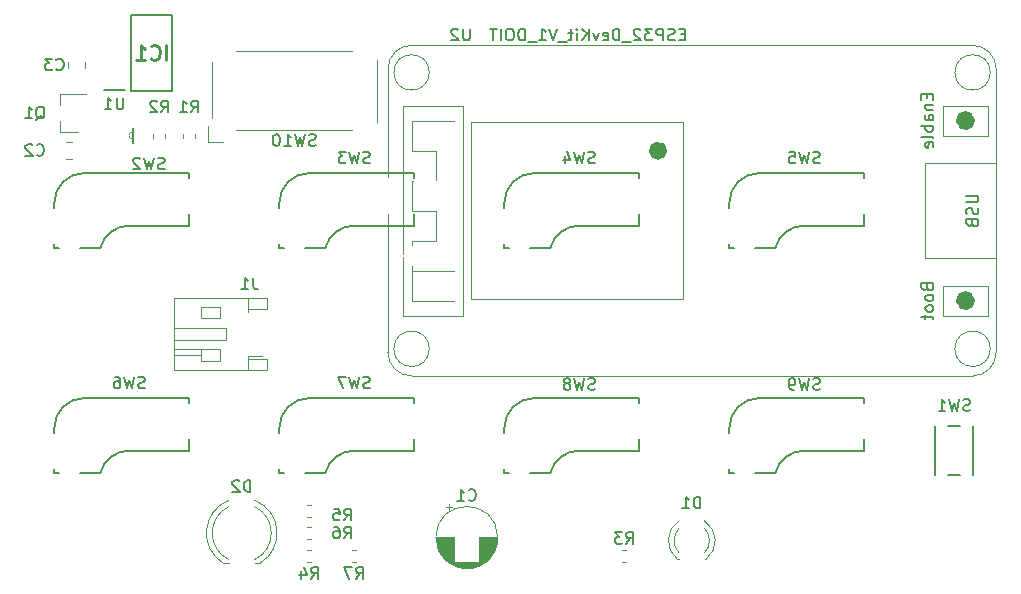
<source format=gbo>
G04 #@! TF.GenerationSoftware,KiCad,Pcbnew,(5.1.6)-1*
G04 #@! TF.CreationDate,2021-05-26T01:20:37+09:00*
G04 #@! TF.ProjectId,ble_macro_keyboard,626c655f-6d61-4637-926f-5f6b6579626f,rev?*
G04 #@! TF.SameCoordinates,Original*
G04 #@! TF.FileFunction,Legend,Bot*
G04 #@! TF.FilePolarity,Positive*
%FSLAX46Y46*%
G04 Gerber Fmt 4.6, Leading zero omitted, Abs format (unit mm)*
G04 Created by KiCad (PCBNEW (5.1.6)-1) date 2021-05-26 01:20:37*
%MOMM*%
%LPD*%
G01*
G04 APERTURE LIST*
%ADD10C,0.120000*%
%ADD11C,1.000000*%
%ADD12C,0.800000*%
%ADD13C,0.152400*%
%ADD14C,0.100000*%
%ADD15C,0.150000*%
%ADD16C,0.200000*%
%ADD17C,0.254000*%
%ADD18C,1.800000*%
%ADD19C,2.100000*%
%ADD20C,3.300000*%
%ADD21R,1.800000X1.800000*%
%ADD22R,0.658800X1.370000*%
%ADD23R,2.650000X2.600000*%
%ADD24C,3.100000*%
%ADD25C,4.087800*%
%ADD26C,1.801800*%
%ADD27R,0.750000X1.150000*%
%ADD28R,1.000000X0.900000*%
%ADD29O,1.850000X1.300000*%
%ADD30R,1.850000X3.300000*%
%ADD31R,1.850000X1.050000*%
%ADD32O,1.900000X1.170000*%
%ADD33R,1.900000X1.170000*%
%ADD34C,1.900000*%
%ADD35R,1.900000X1.900000*%
%ADD36C,1.700000*%
%ADD37R,1.700000X1.700000*%
G04 APERTURE END LIST*
D10*
X23180000Y-15750000D02*
X24480000Y-15750000D01*
X23180000Y-14450000D02*
X23180000Y-15750000D01*
X35430000Y-8100000D02*
X25530000Y-8100000D01*
X25530000Y-14800000D02*
X35430000Y-14800000D01*
X23480000Y-8850000D02*
X23480000Y-14050000D01*
X37480000Y-14050000D02*
X37480000Y-8850000D01*
D11*
X87605000Y-29210000D02*
G75*
G03*
X87605000Y-29210000I-300000J0D01*
G01*
X87605000Y-13970000D02*
G75*
G03*
X87605000Y-13970000I-300000J0D01*
G01*
D10*
X85400000Y-15240000D02*
X89210000Y-15240000D01*
X85400000Y-12700000D02*
X85400000Y-15240000D01*
X89210000Y-12700000D02*
X85400000Y-12700000D01*
X89210000Y-15240000D02*
X89210000Y-12700000D01*
X89210000Y-27940000D02*
X85400000Y-27940000D01*
X89210000Y-30480000D02*
X89210000Y-27940000D01*
X85400000Y-30480000D02*
X89210000Y-30480000D01*
X85400000Y-27940000D02*
X85400000Y-30480000D01*
D12*
X61670000Y-16510000D02*
G75*
G03*
X61670000Y-16510000I-400000J0D01*
G01*
D10*
X63410000Y-14090000D02*
X45410000Y-14090000D01*
X63410000Y-29090000D02*
X63410000Y-14090000D01*
X45410000Y-29090000D02*
X63410000Y-29090000D01*
X45410000Y-14090000D02*
X45410000Y-29090000D01*
X40442000Y-26670000D02*
X43998000Y-26670000D01*
X40442000Y-29210000D02*
X43998000Y-29210000D01*
X40442000Y-24130000D02*
X40442000Y-29210000D01*
X42474000Y-24130000D02*
X40442000Y-24130000D01*
X42474000Y-21590000D02*
X42474000Y-24130000D01*
X40442000Y-21590000D02*
X42474000Y-21590000D01*
X40442000Y-19050000D02*
X40442000Y-21590000D01*
X42474000Y-19050000D02*
X40442000Y-19050000D01*
X42474000Y-16510000D02*
X42474000Y-19050000D01*
X40442000Y-16510000D02*
X42474000Y-16510000D01*
X40442000Y-13970000D02*
X40442000Y-16510000D01*
X43998000Y-13970000D02*
X40442000Y-13970000D01*
X44760000Y-12700000D02*
X39680000Y-12700000D01*
X44760000Y-30480000D02*
X44760000Y-12700000D01*
X39680000Y-30480000D02*
X44760000Y-30480000D01*
X39680000Y-12700000D02*
X39680000Y-30480000D01*
X83910000Y-17590000D02*
X83910000Y-25590000D01*
X83910000Y-25590000D02*
X89910000Y-25590000D01*
X83910000Y-17590000D02*
X89910000Y-17590000D01*
X89410000Y-33290000D02*
G75*
G03*
X89410000Y-33290000I-1500000J0D01*
G01*
X89410000Y-9890000D02*
G75*
G03*
X89410000Y-9890000I-1500000J0D01*
G01*
X38410000Y-9590000D02*
X38410000Y-33590000D01*
X89910000Y-9590000D02*
X89910000Y-33590000D01*
X40410000Y-7590000D02*
X87910000Y-7590000D01*
X87910000Y-35590000D02*
X40410000Y-35590000D01*
X41910000Y-33290000D02*
G75*
G03*
X41910000Y-33290000I-1500000J0D01*
G01*
X41910000Y-9890000D02*
G75*
G03*
X41910000Y-9890000I-1500000J0D01*
G01*
X87910000Y-35590000D02*
G75*
G03*
X89910000Y-33590000I0J2000000D01*
G01*
X89910000Y-9590000D02*
G75*
G03*
X87910000Y-7590000I-2000000J0D01*
G01*
X40410000Y-7590000D02*
G75*
G03*
X38410000Y-9590000I0J-2000000D01*
G01*
X38410000Y-33590000D02*
G75*
G03*
X40410000Y-35590000I2000000J0D01*
G01*
D13*
X16789400Y-14630400D02*
X16789400Y-14935200D01*
X16789400Y-14935200D02*
X16789400Y-15544800D01*
X16789400Y-15544800D02*
X16789400Y-15849600D01*
D14*
X16789400Y-14935200D02*
G75*
G03*
X16789400Y-15544800I0J-304800D01*
G01*
D15*
X78740000Y-37465000D02*
X78740000Y-37846000D01*
X69850000Y-37465000D02*
X78740000Y-37465000D01*
X67310000Y-40005000D02*
X67310000Y-40386000D01*
X67691000Y-43815000D02*
X67310000Y-43815000D01*
X71195838Y-43815000D02*
X69469000Y-43815000D01*
X78740000Y-41910000D02*
X73660000Y-41910000D01*
X78740000Y-40894000D02*
X78740000Y-41910000D01*
X67310000Y-43434000D02*
X67310000Y-43815000D01*
X67310000Y-40005000D02*
G75*
G02*
X69850000Y-37465000I2540000J0D01*
G01*
X71195838Y-43833960D02*
G75*
G02*
X73660000Y-41910000I2464162J-616040D01*
G01*
X59690000Y-37465000D02*
X59690000Y-37846000D01*
X50800000Y-37465000D02*
X59690000Y-37465000D01*
X48260000Y-40005000D02*
X48260000Y-40386000D01*
X48641000Y-43815000D02*
X48260000Y-43815000D01*
X52145838Y-43815000D02*
X50419000Y-43815000D01*
X59690000Y-41910000D02*
X54610000Y-41910000D01*
X59690000Y-40894000D02*
X59690000Y-41910000D01*
X48260000Y-43434000D02*
X48260000Y-43815000D01*
X48260000Y-40005000D02*
G75*
G02*
X50800000Y-37465000I2540000J0D01*
G01*
X52145838Y-43833960D02*
G75*
G02*
X54610000Y-41910000I2464162J-616040D01*
G01*
X40640000Y-37465000D02*
X40640000Y-37846000D01*
X31750000Y-37465000D02*
X40640000Y-37465000D01*
X29210000Y-40005000D02*
X29210000Y-40386000D01*
X29591000Y-43815000D02*
X29210000Y-43815000D01*
X33095838Y-43815000D02*
X31369000Y-43815000D01*
X40640000Y-41910000D02*
X35560000Y-41910000D01*
X40640000Y-40894000D02*
X40640000Y-41910000D01*
X29210000Y-43434000D02*
X29210000Y-43815000D01*
X29210000Y-40005000D02*
G75*
G02*
X31750000Y-37465000I2540000J0D01*
G01*
X33095838Y-43833960D02*
G75*
G02*
X35560000Y-41910000I2464162J-616040D01*
G01*
X21590000Y-37465000D02*
X21590000Y-37846000D01*
X12700000Y-37465000D02*
X21590000Y-37465000D01*
X10160000Y-40005000D02*
X10160000Y-40386000D01*
X10541000Y-43815000D02*
X10160000Y-43815000D01*
X14045838Y-43815000D02*
X12319000Y-43815000D01*
X21590000Y-41910000D02*
X16510000Y-41910000D01*
X21590000Y-40894000D02*
X21590000Y-41910000D01*
X10160000Y-43434000D02*
X10160000Y-43815000D01*
X10160000Y-40005000D02*
G75*
G02*
X12700000Y-37465000I2540000J0D01*
G01*
X14045838Y-43833960D02*
G75*
G02*
X16510000Y-41910000I2464162J-616040D01*
G01*
X78740000Y-18415000D02*
X78740000Y-18796000D01*
X69850000Y-18415000D02*
X78740000Y-18415000D01*
X67310000Y-20955000D02*
X67310000Y-21336000D01*
X67691000Y-24765000D02*
X67310000Y-24765000D01*
X71195838Y-24765000D02*
X69469000Y-24765000D01*
X78740000Y-22860000D02*
X73660000Y-22860000D01*
X78740000Y-21844000D02*
X78740000Y-22860000D01*
X67310000Y-24384000D02*
X67310000Y-24765000D01*
X67310000Y-20955000D02*
G75*
G02*
X69850000Y-18415000I2540000J0D01*
G01*
X71195838Y-24783960D02*
G75*
G02*
X73660000Y-22860000I2464162J-616040D01*
G01*
X59690000Y-18415000D02*
X59690000Y-18796000D01*
X50800000Y-18415000D02*
X59690000Y-18415000D01*
X48260000Y-20955000D02*
X48260000Y-21336000D01*
X48641000Y-24765000D02*
X48260000Y-24765000D01*
X52145838Y-24765000D02*
X50419000Y-24765000D01*
X59690000Y-22860000D02*
X54610000Y-22860000D01*
X59690000Y-21844000D02*
X59690000Y-22860000D01*
X48260000Y-24384000D02*
X48260000Y-24765000D01*
X48260000Y-20955000D02*
G75*
G02*
X50800000Y-18415000I2540000J0D01*
G01*
X52145838Y-24783960D02*
G75*
G02*
X54610000Y-22860000I2464162J-616040D01*
G01*
X40640000Y-18415000D02*
X40640000Y-18796000D01*
X31750000Y-18415000D02*
X40640000Y-18415000D01*
X29210000Y-20955000D02*
X29210000Y-21336000D01*
X29591000Y-24765000D02*
X29210000Y-24765000D01*
X33095838Y-24765000D02*
X31369000Y-24765000D01*
X40640000Y-22860000D02*
X35560000Y-22860000D01*
X40640000Y-21844000D02*
X40640000Y-22860000D01*
X29210000Y-24384000D02*
X29210000Y-24765000D01*
X29210000Y-20955000D02*
G75*
G02*
X31750000Y-18415000I2540000J0D01*
G01*
X33095838Y-24783960D02*
G75*
G02*
X35560000Y-22860000I2464162J-616040D01*
G01*
X21590000Y-18415000D02*
X21590000Y-18796000D01*
X12700000Y-18415000D02*
X21590000Y-18415000D01*
X10160000Y-20955000D02*
X10160000Y-21336000D01*
X10541000Y-24765000D02*
X10160000Y-24765000D01*
X14045838Y-24765000D02*
X12319000Y-24765000D01*
X21590000Y-22860000D02*
X16510000Y-22860000D01*
X21590000Y-21844000D02*
X21590000Y-22860000D01*
X10160000Y-24384000D02*
X10160000Y-24765000D01*
X10160000Y-20955000D02*
G75*
G02*
X12700000Y-18415000I2540000J0D01*
G01*
X14045838Y-24783960D02*
G75*
G02*
X16510000Y-22860000I2464162J-616040D01*
G01*
X85850000Y-44010000D02*
X86850000Y-44010000D01*
X85850000Y-39810000D02*
X86850000Y-39810000D01*
X87950000Y-39810000D02*
X87950000Y-44010000D01*
X84750000Y-39810000D02*
X84750000Y-44010000D01*
D10*
X35731267Y-50290000D02*
X35388733Y-50290000D01*
X35731267Y-51310000D02*
X35388733Y-51310000D01*
X31921267Y-48385000D02*
X31578733Y-48385000D01*
X31921267Y-49405000D02*
X31578733Y-49405000D01*
X31921267Y-46480000D02*
X31578733Y-46480000D01*
X31921267Y-47500000D02*
X31578733Y-47500000D01*
X31921267Y-50290000D02*
X31578733Y-50290000D01*
X31921267Y-51310000D02*
X31578733Y-51310000D01*
X58591267Y-50290000D02*
X58248733Y-50290000D01*
X58591267Y-51310000D02*
X58248733Y-51310000D01*
X18540000Y-15068733D02*
X18540000Y-15411267D01*
X19560000Y-15068733D02*
X19560000Y-15411267D01*
X21080000Y-15068733D02*
X21080000Y-15411267D01*
X22100000Y-15068733D02*
X22100000Y-15411267D01*
X10670000Y-14915000D02*
X10670000Y-13985000D01*
X10670000Y-11755000D02*
X10670000Y-12685000D01*
X10670000Y-11755000D02*
X12830000Y-11755000D01*
X10670000Y-14915000D02*
X12130000Y-14915000D01*
X26530000Y-33880000D02*
X26530000Y-34160000D01*
X26530000Y-34160000D02*
X28130000Y-34160000D01*
X28130000Y-34160000D02*
X28130000Y-35080000D01*
X28130000Y-35080000D02*
X20310000Y-35080000D01*
X20310000Y-35080000D02*
X20310000Y-28960000D01*
X20310000Y-28960000D02*
X28130000Y-28960000D01*
X28130000Y-28960000D02*
X28130000Y-29880000D01*
X28130000Y-29880000D02*
X26530000Y-29880000D01*
X26530000Y-29880000D02*
X26530000Y-30160000D01*
X20310000Y-32520000D02*
X24670000Y-32520000D01*
X24670000Y-32520000D02*
X24670000Y-31520000D01*
X24670000Y-31520000D02*
X20310000Y-31520000D01*
X26530000Y-35080000D02*
X26530000Y-34160000D01*
X26530000Y-28960000D02*
X26530000Y-29880000D01*
X24170000Y-34320000D02*
X22570000Y-34320000D01*
X22570000Y-34320000D02*
X22570000Y-33320000D01*
X22570000Y-33320000D02*
X24170000Y-33320000D01*
X24170000Y-33320000D02*
X24170000Y-34320000D01*
X24170000Y-29720000D02*
X22570000Y-29720000D01*
X22570000Y-29720000D02*
X22570000Y-30720000D01*
X22570000Y-30720000D02*
X24170000Y-30720000D01*
X24170000Y-30720000D02*
X24170000Y-29720000D01*
X22570000Y-33320000D02*
X20310000Y-33320000D01*
X22570000Y-33820000D02*
X20310000Y-33820000D01*
X26530000Y-33880000D02*
X27745000Y-33880000D01*
D16*
X16665000Y-11505000D02*
X20165000Y-11505000D01*
X20165000Y-11505000D02*
X20165000Y-5005000D01*
X20165000Y-5005000D02*
X16665000Y-5005000D01*
X16665000Y-5005000D02*
X16665000Y-11505000D01*
X14390000Y-11380000D02*
X16140000Y-11380000D01*
D10*
X27580000Y-51455000D02*
X27115000Y-51455000D01*
X24955000Y-51455000D02*
X24490000Y-51455000D01*
X24954571Y-46640521D02*
G75*
G03*
X24955000Y-51149684I1080429J-2254479D01*
G01*
X27115429Y-46640521D02*
G75*
G02*
X27115000Y-51149684I-1080429J-2254479D01*
G01*
X24954173Y-46107185D02*
G75*
G03*
X24490170Y-51455000I1080827J-2787815D01*
G01*
X27115827Y-46107185D02*
G75*
G02*
X27579830Y-51455000I-1080827J-2787815D01*
G01*
X65371000Y-51090000D02*
X65215000Y-51090000D01*
X63055000Y-51090000D02*
X62899000Y-51090000D01*
X63055163Y-48488870D02*
G75*
G03*
X63055000Y-50570961I1079837J-1041130D01*
G01*
X65214837Y-48488870D02*
G75*
G02*
X65215000Y-50570961I-1079837J-1041130D01*
G01*
X63056392Y-47857665D02*
G75*
G03*
X62899484Y-51090000I1078608J-1672335D01*
G01*
X65213608Y-47857665D02*
G75*
G02*
X65370516Y-51090000I-1078608J-1672335D01*
G01*
X11355000Y-9018748D02*
X11355000Y-9541252D01*
X12775000Y-9018748D02*
X12775000Y-9541252D01*
X11691252Y-15800000D02*
X11168748Y-15800000D01*
X11691252Y-17220000D02*
X11168748Y-17220000D01*
X47705000Y-49260000D02*
G75*
G03*
X47705000Y-49260000I-2620000J0D01*
G01*
X46125000Y-49260000D02*
X47665000Y-49260000D01*
X42505000Y-49260000D02*
X44045000Y-49260000D01*
X46125000Y-49300000D02*
X47665000Y-49300000D01*
X42505000Y-49300000D02*
X44045000Y-49300000D01*
X42506000Y-49340000D02*
X44045000Y-49340000D01*
X46125000Y-49340000D02*
X47664000Y-49340000D01*
X42507000Y-49380000D02*
X44045000Y-49380000D01*
X46125000Y-49380000D02*
X47663000Y-49380000D01*
X42509000Y-49420000D02*
X44045000Y-49420000D01*
X46125000Y-49420000D02*
X47661000Y-49420000D01*
X42512000Y-49460000D02*
X44045000Y-49460000D01*
X46125000Y-49460000D02*
X47658000Y-49460000D01*
X42516000Y-49500000D02*
X44045000Y-49500000D01*
X46125000Y-49500000D02*
X47654000Y-49500000D01*
X42520000Y-49540000D02*
X44045000Y-49540000D01*
X46125000Y-49540000D02*
X47650000Y-49540000D01*
X42524000Y-49580000D02*
X44045000Y-49580000D01*
X46125000Y-49580000D02*
X47646000Y-49580000D01*
X42529000Y-49620000D02*
X44045000Y-49620000D01*
X46125000Y-49620000D02*
X47641000Y-49620000D01*
X42535000Y-49660000D02*
X44045000Y-49660000D01*
X46125000Y-49660000D02*
X47635000Y-49660000D01*
X42542000Y-49700000D02*
X44045000Y-49700000D01*
X46125000Y-49700000D02*
X47628000Y-49700000D01*
X42549000Y-49740000D02*
X44045000Y-49740000D01*
X46125000Y-49740000D02*
X47621000Y-49740000D01*
X42557000Y-49780000D02*
X44045000Y-49780000D01*
X46125000Y-49780000D02*
X47613000Y-49780000D01*
X42565000Y-49820000D02*
X44045000Y-49820000D01*
X46125000Y-49820000D02*
X47605000Y-49820000D01*
X42574000Y-49860000D02*
X44045000Y-49860000D01*
X46125000Y-49860000D02*
X47596000Y-49860000D01*
X42584000Y-49900000D02*
X44045000Y-49900000D01*
X46125000Y-49900000D02*
X47586000Y-49900000D01*
X42594000Y-49940000D02*
X44045000Y-49940000D01*
X46125000Y-49940000D02*
X47576000Y-49940000D01*
X42605000Y-49981000D02*
X44045000Y-49981000D01*
X46125000Y-49981000D02*
X47565000Y-49981000D01*
X42617000Y-50021000D02*
X44045000Y-50021000D01*
X46125000Y-50021000D02*
X47553000Y-50021000D01*
X42630000Y-50061000D02*
X44045000Y-50061000D01*
X46125000Y-50061000D02*
X47540000Y-50061000D01*
X42643000Y-50101000D02*
X44045000Y-50101000D01*
X46125000Y-50101000D02*
X47527000Y-50101000D01*
X42657000Y-50141000D02*
X44045000Y-50141000D01*
X46125000Y-50141000D02*
X47513000Y-50141000D01*
X42671000Y-50181000D02*
X44045000Y-50181000D01*
X46125000Y-50181000D02*
X47499000Y-50181000D01*
X42687000Y-50221000D02*
X44045000Y-50221000D01*
X46125000Y-50221000D02*
X47483000Y-50221000D01*
X42703000Y-50261000D02*
X44045000Y-50261000D01*
X46125000Y-50261000D02*
X47467000Y-50261000D01*
X42720000Y-50301000D02*
X44045000Y-50301000D01*
X46125000Y-50301000D02*
X47450000Y-50301000D01*
X42737000Y-50341000D02*
X44045000Y-50341000D01*
X46125000Y-50341000D02*
X47433000Y-50341000D01*
X42756000Y-50381000D02*
X44045000Y-50381000D01*
X46125000Y-50381000D02*
X47414000Y-50381000D01*
X42775000Y-50421000D02*
X44045000Y-50421000D01*
X46125000Y-50421000D02*
X47395000Y-50421000D01*
X42795000Y-50461000D02*
X44045000Y-50461000D01*
X46125000Y-50461000D02*
X47375000Y-50461000D01*
X42817000Y-50501000D02*
X44045000Y-50501000D01*
X46125000Y-50501000D02*
X47353000Y-50501000D01*
X42838000Y-50541000D02*
X44045000Y-50541000D01*
X46125000Y-50541000D02*
X47332000Y-50541000D01*
X42861000Y-50581000D02*
X44045000Y-50581000D01*
X46125000Y-50581000D02*
X47309000Y-50581000D01*
X42885000Y-50621000D02*
X44045000Y-50621000D01*
X46125000Y-50621000D02*
X47285000Y-50621000D01*
X42910000Y-50661000D02*
X44045000Y-50661000D01*
X46125000Y-50661000D02*
X47260000Y-50661000D01*
X42936000Y-50701000D02*
X44045000Y-50701000D01*
X46125000Y-50701000D02*
X47234000Y-50701000D01*
X42963000Y-50741000D02*
X44045000Y-50741000D01*
X46125000Y-50741000D02*
X47207000Y-50741000D01*
X42990000Y-50781000D02*
X44045000Y-50781000D01*
X46125000Y-50781000D02*
X47180000Y-50781000D01*
X43020000Y-50821000D02*
X44045000Y-50821000D01*
X46125000Y-50821000D02*
X47150000Y-50821000D01*
X43050000Y-50861000D02*
X44045000Y-50861000D01*
X46125000Y-50861000D02*
X47120000Y-50861000D01*
X43081000Y-50901000D02*
X44045000Y-50901000D01*
X46125000Y-50901000D02*
X47089000Y-50901000D01*
X43114000Y-50941000D02*
X44045000Y-50941000D01*
X46125000Y-50941000D02*
X47056000Y-50941000D01*
X43148000Y-50981000D02*
X44045000Y-50981000D01*
X46125000Y-50981000D02*
X47022000Y-50981000D01*
X43184000Y-51021000D02*
X44045000Y-51021000D01*
X46125000Y-51021000D02*
X46986000Y-51021000D01*
X43221000Y-51061000D02*
X44045000Y-51061000D01*
X46125000Y-51061000D02*
X46949000Y-51061000D01*
X43259000Y-51101000D02*
X44045000Y-51101000D01*
X46125000Y-51101000D02*
X46911000Y-51101000D01*
X43300000Y-51141000D02*
X44045000Y-51141000D01*
X46125000Y-51141000D02*
X46870000Y-51141000D01*
X43342000Y-51181000D02*
X44045000Y-51181000D01*
X46125000Y-51181000D02*
X46828000Y-51181000D01*
X43386000Y-51221000D02*
X44045000Y-51221000D01*
X46125000Y-51221000D02*
X46784000Y-51221000D01*
X43432000Y-51261000D02*
X44045000Y-51261000D01*
X46125000Y-51261000D02*
X46738000Y-51261000D01*
X43480000Y-51301000D02*
X46690000Y-51301000D01*
X43531000Y-51341000D02*
X46639000Y-51341000D01*
X43585000Y-51381000D02*
X46585000Y-51381000D01*
X43642000Y-51421000D02*
X46528000Y-51421000D01*
X43702000Y-51461000D02*
X46468000Y-51461000D01*
X43766000Y-51501000D02*
X46404000Y-51501000D01*
X43834000Y-51541000D02*
X46336000Y-51541000D01*
X43907000Y-51581000D02*
X46263000Y-51581000D01*
X43987000Y-51621000D02*
X46183000Y-51621000D01*
X44074000Y-51661000D02*
X46096000Y-51661000D01*
X44170000Y-51701000D02*
X46000000Y-51701000D01*
X44280000Y-51741000D02*
X45890000Y-51741000D01*
X44408000Y-51781000D02*
X45762000Y-51781000D01*
X44567000Y-51821000D02*
X45603000Y-51821000D01*
X44801000Y-51861000D02*
X45369000Y-51861000D01*
X43610000Y-46455225D02*
X43610000Y-46955225D01*
X43360000Y-46705225D02*
X43860000Y-46705225D01*
D15*
X32289523Y-16054761D02*
X32146666Y-16102380D01*
X31908571Y-16102380D01*
X31813333Y-16054761D01*
X31765714Y-16007142D01*
X31718095Y-15911904D01*
X31718095Y-15816666D01*
X31765714Y-15721428D01*
X31813333Y-15673809D01*
X31908571Y-15626190D01*
X32099047Y-15578571D01*
X32194285Y-15530952D01*
X32241904Y-15483333D01*
X32289523Y-15388095D01*
X32289523Y-15292857D01*
X32241904Y-15197619D01*
X32194285Y-15150000D01*
X32099047Y-15102380D01*
X31860952Y-15102380D01*
X31718095Y-15150000D01*
X31384761Y-15102380D02*
X31146666Y-16102380D01*
X30956190Y-15388095D01*
X30765714Y-16102380D01*
X30527619Y-15102380D01*
X29622857Y-16102380D02*
X30194285Y-16102380D01*
X29908571Y-16102380D02*
X29908571Y-15102380D01*
X30003809Y-15245238D01*
X30099047Y-15340476D01*
X30194285Y-15388095D01*
X29003809Y-15102380D02*
X28908571Y-15102380D01*
X28813333Y-15150000D01*
X28765714Y-15197619D01*
X28718095Y-15292857D01*
X28670476Y-15483333D01*
X28670476Y-15721428D01*
X28718095Y-15911904D01*
X28765714Y-16007142D01*
X28813333Y-16054761D01*
X28908571Y-16102380D01*
X29003809Y-16102380D01*
X29099047Y-16054761D01*
X29146666Y-16007142D01*
X29194285Y-15911904D01*
X29241904Y-15721428D01*
X29241904Y-15483333D01*
X29194285Y-15292857D01*
X29146666Y-15197619D01*
X29099047Y-15150000D01*
X29003809Y-15102380D01*
X45338904Y-6183380D02*
X45338904Y-6992904D01*
X45291285Y-7088142D01*
X45243666Y-7135761D01*
X45148428Y-7183380D01*
X44957952Y-7183380D01*
X44862714Y-7135761D01*
X44815095Y-7088142D01*
X44767476Y-6992904D01*
X44767476Y-6183380D01*
X44338904Y-6278619D02*
X44291285Y-6231000D01*
X44196047Y-6183380D01*
X43957952Y-6183380D01*
X43862714Y-6231000D01*
X43815095Y-6278619D01*
X43767476Y-6373857D01*
X43767476Y-6469095D01*
X43815095Y-6611952D01*
X44386523Y-7183380D01*
X43767476Y-7183380D01*
X63538666Y-6659571D02*
X63205333Y-6659571D01*
X63062476Y-7183380D02*
X63538666Y-7183380D01*
X63538666Y-6183380D01*
X63062476Y-6183380D01*
X62681523Y-7135761D02*
X62538666Y-7183380D01*
X62300571Y-7183380D01*
X62205333Y-7135761D01*
X62157714Y-7088142D01*
X62110095Y-6992904D01*
X62110095Y-6897666D01*
X62157714Y-6802428D01*
X62205333Y-6754809D01*
X62300571Y-6707190D01*
X62491047Y-6659571D01*
X62586285Y-6611952D01*
X62633904Y-6564333D01*
X62681523Y-6469095D01*
X62681523Y-6373857D01*
X62633904Y-6278619D01*
X62586285Y-6231000D01*
X62491047Y-6183380D01*
X62252952Y-6183380D01*
X62110095Y-6231000D01*
X61681523Y-7183380D02*
X61681523Y-6183380D01*
X61300571Y-6183380D01*
X61205333Y-6231000D01*
X61157714Y-6278619D01*
X61110095Y-6373857D01*
X61110095Y-6516714D01*
X61157714Y-6611952D01*
X61205333Y-6659571D01*
X61300571Y-6707190D01*
X61681523Y-6707190D01*
X60776761Y-6183380D02*
X60157714Y-6183380D01*
X60491047Y-6564333D01*
X60348190Y-6564333D01*
X60252952Y-6611952D01*
X60205333Y-6659571D01*
X60157714Y-6754809D01*
X60157714Y-6992904D01*
X60205333Y-7088142D01*
X60252952Y-7135761D01*
X60348190Y-7183380D01*
X60633904Y-7183380D01*
X60729142Y-7135761D01*
X60776761Y-7088142D01*
X59776761Y-6278619D02*
X59729142Y-6231000D01*
X59633904Y-6183380D01*
X59395809Y-6183380D01*
X59300571Y-6231000D01*
X59252952Y-6278619D01*
X59205333Y-6373857D01*
X59205333Y-6469095D01*
X59252952Y-6611952D01*
X59824380Y-7183380D01*
X59205333Y-7183380D01*
X59014857Y-7278619D02*
X58252952Y-7278619D01*
X58014857Y-7183380D02*
X58014857Y-6183380D01*
X57776761Y-6183380D01*
X57633904Y-6231000D01*
X57538666Y-6326238D01*
X57491047Y-6421476D01*
X57443428Y-6611952D01*
X57443428Y-6754809D01*
X57491047Y-6945285D01*
X57538666Y-7040523D01*
X57633904Y-7135761D01*
X57776761Y-7183380D01*
X58014857Y-7183380D01*
X56633904Y-7135761D02*
X56729142Y-7183380D01*
X56919619Y-7183380D01*
X57014857Y-7135761D01*
X57062476Y-7040523D01*
X57062476Y-6659571D01*
X57014857Y-6564333D01*
X56919619Y-6516714D01*
X56729142Y-6516714D01*
X56633904Y-6564333D01*
X56586285Y-6659571D01*
X56586285Y-6754809D01*
X57062476Y-6850047D01*
X56252952Y-6516714D02*
X56014857Y-7183380D01*
X55776761Y-6516714D01*
X55395809Y-7183380D02*
X55395809Y-6183380D01*
X54824380Y-7183380D02*
X55252952Y-6611952D01*
X54824380Y-6183380D02*
X55395809Y-6754809D01*
X54395809Y-7183380D02*
X54395809Y-6516714D01*
X54395809Y-6183380D02*
X54443428Y-6231000D01*
X54395809Y-6278619D01*
X54348190Y-6231000D01*
X54395809Y-6183380D01*
X54395809Y-6278619D01*
X54062476Y-6516714D02*
X53681523Y-6516714D01*
X53919619Y-6183380D02*
X53919619Y-7040523D01*
X53872000Y-7135761D01*
X53776761Y-7183380D01*
X53681523Y-7183380D01*
X53586285Y-7278619D02*
X52824380Y-7278619D01*
X52729142Y-6183380D02*
X52395809Y-7183380D01*
X52062476Y-6183380D01*
X51205333Y-7183380D02*
X51776761Y-7183380D01*
X51491047Y-7183380D02*
X51491047Y-6183380D01*
X51586285Y-6326238D01*
X51681523Y-6421476D01*
X51776761Y-6469095D01*
X51014857Y-7278619D02*
X50252952Y-7278619D01*
X50014857Y-7183380D02*
X50014857Y-6183380D01*
X49776761Y-6183380D01*
X49633904Y-6231000D01*
X49538666Y-6326238D01*
X49491047Y-6421476D01*
X49443428Y-6611952D01*
X49443428Y-6754809D01*
X49491047Y-6945285D01*
X49538666Y-7040523D01*
X49633904Y-7135761D01*
X49776761Y-7183380D01*
X50014857Y-7183380D01*
X48824380Y-6183380D02*
X48633904Y-6183380D01*
X48538666Y-6231000D01*
X48443428Y-6326238D01*
X48395809Y-6516714D01*
X48395809Y-6850047D01*
X48443428Y-7040523D01*
X48538666Y-7135761D01*
X48633904Y-7183380D01*
X48824380Y-7183380D01*
X48919619Y-7135761D01*
X49014857Y-7040523D01*
X49062476Y-6850047D01*
X49062476Y-6516714D01*
X49014857Y-6326238D01*
X48919619Y-6231000D01*
X48824380Y-6183380D01*
X47967238Y-7183380D02*
X47967238Y-6183380D01*
X47633904Y-6183380D02*
X47062476Y-6183380D01*
X47348190Y-7183380D02*
X47348190Y-6183380D01*
X84058571Y-11708095D02*
X84058571Y-12041428D01*
X84582380Y-12184285D02*
X84582380Y-11708095D01*
X83582380Y-11708095D01*
X83582380Y-12184285D01*
X83915714Y-12612857D02*
X84582380Y-12612857D01*
X84010952Y-12612857D02*
X83963333Y-12660476D01*
X83915714Y-12755714D01*
X83915714Y-12898571D01*
X83963333Y-12993809D01*
X84058571Y-13041428D01*
X84582380Y-13041428D01*
X84582380Y-13946190D02*
X84058571Y-13946190D01*
X83963333Y-13898571D01*
X83915714Y-13803333D01*
X83915714Y-13612857D01*
X83963333Y-13517619D01*
X84534761Y-13946190D02*
X84582380Y-13850952D01*
X84582380Y-13612857D01*
X84534761Y-13517619D01*
X84439523Y-13470000D01*
X84344285Y-13470000D01*
X84249047Y-13517619D01*
X84201428Y-13612857D01*
X84201428Y-13850952D01*
X84153809Y-13946190D01*
X84582380Y-14422380D02*
X83582380Y-14422380D01*
X83963333Y-14422380D02*
X83915714Y-14517619D01*
X83915714Y-14708095D01*
X83963333Y-14803333D01*
X84010952Y-14850952D01*
X84106190Y-14898571D01*
X84391904Y-14898571D01*
X84487142Y-14850952D01*
X84534761Y-14803333D01*
X84582380Y-14708095D01*
X84582380Y-14517619D01*
X84534761Y-14422380D01*
X84582380Y-15470000D02*
X84534761Y-15374761D01*
X84439523Y-15327142D01*
X83582380Y-15327142D01*
X84534761Y-16231904D02*
X84582380Y-16136666D01*
X84582380Y-15946190D01*
X84534761Y-15850952D01*
X84439523Y-15803333D01*
X84058571Y-15803333D01*
X83963333Y-15850952D01*
X83915714Y-15946190D01*
X83915714Y-16136666D01*
X83963333Y-16231904D01*
X84058571Y-16279523D01*
X84153809Y-16279523D01*
X84249047Y-15803333D01*
X84058571Y-28090952D02*
X84106190Y-28233809D01*
X84153809Y-28281428D01*
X84249047Y-28329047D01*
X84391904Y-28329047D01*
X84487142Y-28281428D01*
X84534761Y-28233809D01*
X84582380Y-28138571D01*
X84582380Y-27757619D01*
X83582380Y-27757619D01*
X83582380Y-28090952D01*
X83630000Y-28186190D01*
X83677619Y-28233809D01*
X83772857Y-28281428D01*
X83868095Y-28281428D01*
X83963333Y-28233809D01*
X84010952Y-28186190D01*
X84058571Y-28090952D01*
X84058571Y-27757619D01*
X84582380Y-28900476D02*
X84534761Y-28805238D01*
X84487142Y-28757619D01*
X84391904Y-28710000D01*
X84106190Y-28710000D01*
X84010952Y-28757619D01*
X83963333Y-28805238D01*
X83915714Y-28900476D01*
X83915714Y-29043333D01*
X83963333Y-29138571D01*
X84010952Y-29186190D01*
X84106190Y-29233809D01*
X84391904Y-29233809D01*
X84487142Y-29186190D01*
X84534761Y-29138571D01*
X84582380Y-29043333D01*
X84582380Y-28900476D01*
X84582380Y-29805238D02*
X84534761Y-29710000D01*
X84487142Y-29662380D01*
X84391904Y-29614761D01*
X84106190Y-29614761D01*
X84010952Y-29662380D01*
X83963333Y-29710000D01*
X83915714Y-29805238D01*
X83915714Y-29948095D01*
X83963333Y-30043333D01*
X84010952Y-30090952D01*
X84106190Y-30138571D01*
X84391904Y-30138571D01*
X84487142Y-30090952D01*
X84534761Y-30043333D01*
X84582380Y-29948095D01*
X84582380Y-29805238D01*
X83915714Y-30424285D02*
X83915714Y-30805238D01*
X83582380Y-30567142D02*
X84439523Y-30567142D01*
X84534761Y-30614761D01*
X84582380Y-30710000D01*
X84582380Y-30805238D01*
X87392380Y-20328095D02*
X88201904Y-20328095D01*
X88297142Y-20375714D01*
X88344761Y-20423333D01*
X88392380Y-20518571D01*
X88392380Y-20709047D01*
X88344761Y-20804285D01*
X88297142Y-20851904D01*
X88201904Y-20899523D01*
X87392380Y-20899523D01*
X88344761Y-21328095D02*
X88392380Y-21470952D01*
X88392380Y-21709047D01*
X88344761Y-21804285D01*
X88297142Y-21851904D01*
X88201904Y-21899523D01*
X88106666Y-21899523D01*
X88011428Y-21851904D01*
X87963809Y-21804285D01*
X87916190Y-21709047D01*
X87868571Y-21518571D01*
X87820952Y-21423333D01*
X87773333Y-21375714D01*
X87678095Y-21328095D01*
X87582857Y-21328095D01*
X87487619Y-21375714D01*
X87440000Y-21423333D01*
X87392380Y-21518571D01*
X87392380Y-21756666D01*
X87440000Y-21899523D01*
X87868571Y-22661428D02*
X87916190Y-22804285D01*
X87963809Y-22851904D01*
X88059047Y-22899523D01*
X88201904Y-22899523D01*
X88297142Y-22851904D01*
X88344761Y-22804285D01*
X88392380Y-22709047D01*
X88392380Y-22328095D01*
X87392380Y-22328095D01*
X87392380Y-22661428D01*
X87440000Y-22756666D01*
X87487619Y-22804285D01*
X87582857Y-22851904D01*
X87678095Y-22851904D01*
X87773333Y-22804285D01*
X87820952Y-22756666D01*
X87868571Y-22661428D01*
X87868571Y-22328095D01*
X16001904Y-12025380D02*
X16001904Y-12834904D01*
X15954285Y-12930142D01*
X15906666Y-12977761D01*
X15811428Y-13025380D01*
X15620952Y-13025380D01*
X15525714Y-12977761D01*
X15478095Y-12930142D01*
X15430476Y-12834904D01*
X15430476Y-12025380D01*
X14430476Y-13025380D02*
X15001904Y-13025380D01*
X14716190Y-13025380D02*
X14716190Y-12025380D01*
X14811428Y-12168238D01*
X14906666Y-12263476D01*
X15001904Y-12311095D01*
X74993333Y-36726761D02*
X74850476Y-36774380D01*
X74612380Y-36774380D01*
X74517142Y-36726761D01*
X74469523Y-36679142D01*
X74421904Y-36583904D01*
X74421904Y-36488666D01*
X74469523Y-36393428D01*
X74517142Y-36345809D01*
X74612380Y-36298190D01*
X74802857Y-36250571D01*
X74898095Y-36202952D01*
X74945714Y-36155333D01*
X74993333Y-36060095D01*
X74993333Y-35964857D01*
X74945714Y-35869619D01*
X74898095Y-35822000D01*
X74802857Y-35774380D01*
X74564761Y-35774380D01*
X74421904Y-35822000D01*
X74088571Y-35774380D02*
X73850476Y-36774380D01*
X73660000Y-36060095D01*
X73469523Y-36774380D01*
X73231428Y-35774380D01*
X72802857Y-36774380D02*
X72612380Y-36774380D01*
X72517142Y-36726761D01*
X72469523Y-36679142D01*
X72374285Y-36536285D01*
X72326666Y-36345809D01*
X72326666Y-35964857D01*
X72374285Y-35869619D01*
X72421904Y-35822000D01*
X72517142Y-35774380D01*
X72707619Y-35774380D01*
X72802857Y-35822000D01*
X72850476Y-35869619D01*
X72898095Y-35964857D01*
X72898095Y-36202952D01*
X72850476Y-36298190D01*
X72802857Y-36345809D01*
X72707619Y-36393428D01*
X72517142Y-36393428D01*
X72421904Y-36345809D01*
X72374285Y-36298190D01*
X72326666Y-36202952D01*
X55943333Y-36726761D02*
X55800476Y-36774380D01*
X55562380Y-36774380D01*
X55467142Y-36726761D01*
X55419523Y-36679142D01*
X55371904Y-36583904D01*
X55371904Y-36488666D01*
X55419523Y-36393428D01*
X55467142Y-36345809D01*
X55562380Y-36298190D01*
X55752857Y-36250571D01*
X55848095Y-36202952D01*
X55895714Y-36155333D01*
X55943333Y-36060095D01*
X55943333Y-35964857D01*
X55895714Y-35869619D01*
X55848095Y-35822000D01*
X55752857Y-35774380D01*
X55514761Y-35774380D01*
X55371904Y-35822000D01*
X55038571Y-35774380D02*
X54800476Y-36774380D01*
X54610000Y-36060095D01*
X54419523Y-36774380D01*
X54181428Y-35774380D01*
X53657619Y-36202952D02*
X53752857Y-36155333D01*
X53800476Y-36107714D01*
X53848095Y-36012476D01*
X53848095Y-35964857D01*
X53800476Y-35869619D01*
X53752857Y-35822000D01*
X53657619Y-35774380D01*
X53467142Y-35774380D01*
X53371904Y-35822000D01*
X53324285Y-35869619D01*
X53276666Y-35964857D01*
X53276666Y-36012476D01*
X53324285Y-36107714D01*
X53371904Y-36155333D01*
X53467142Y-36202952D01*
X53657619Y-36202952D01*
X53752857Y-36250571D01*
X53800476Y-36298190D01*
X53848095Y-36393428D01*
X53848095Y-36583904D01*
X53800476Y-36679142D01*
X53752857Y-36726761D01*
X53657619Y-36774380D01*
X53467142Y-36774380D01*
X53371904Y-36726761D01*
X53324285Y-36679142D01*
X53276666Y-36583904D01*
X53276666Y-36393428D01*
X53324285Y-36298190D01*
X53371904Y-36250571D01*
X53467142Y-36202952D01*
X36893333Y-36599761D02*
X36750476Y-36647380D01*
X36512380Y-36647380D01*
X36417142Y-36599761D01*
X36369523Y-36552142D01*
X36321904Y-36456904D01*
X36321904Y-36361666D01*
X36369523Y-36266428D01*
X36417142Y-36218809D01*
X36512380Y-36171190D01*
X36702857Y-36123571D01*
X36798095Y-36075952D01*
X36845714Y-36028333D01*
X36893333Y-35933095D01*
X36893333Y-35837857D01*
X36845714Y-35742619D01*
X36798095Y-35695000D01*
X36702857Y-35647380D01*
X36464761Y-35647380D01*
X36321904Y-35695000D01*
X35988571Y-35647380D02*
X35750476Y-36647380D01*
X35560000Y-35933095D01*
X35369523Y-36647380D01*
X35131428Y-35647380D01*
X34845714Y-35647380D02*
X34179047Y-35647380D01*
X34607619Y-36647380D01*
X17843333Y-36599761D02*
X17700476Y-36647380D01*
X17462380Y-36647380D01*
X17367142Y-36599761D01*
X17319523Y-36552142D01*
X17271904Y-36456904D01*
X17271904Y-36361666D01*
X17319523Y-36266428D01*
X17367142Y-36218809D01*
X17462380Y-36171190D01*
X17652857Y-36123571D01*
X17748095Y-36075952D01*
X17795714Y-36028333D01*
X17843333Y-35933095D01*
X17843333Y-35837857D01*
X17795714Y-35742619D01*
X17748095Y-35695000D01*
X17652857Y-35647380D01*
X17414761Y-35647380D01*
X17271904Y-35695000D01*
X16938571Y-35647380D02*
X16700476Y-36647380D01*
X16510000Y-35933095D01*
X16319523Y-36647380D01*
X16081428Y-35647380D01*
X15271904Y-35647380D02*
X15462380Y-35647380D01*
X15557619Y-35695000D01*
X15605238Y-35742619D01*
X15700476Y-35885476D01*
X15748095Y-36075952D01*
X15748095Y-36456904D01*
X15700476Y-36552142D01*
X15652857Y-36599761D01*
X15557619Y-36647380D01*
X15367142Y-36647380D01*
X15271904Y-36599761D01*
X15224285Y-36552142D01*
X15176666Y-36456904D01*
X15176666Y-36218809D01*
X15224285Y-36123571D01*
X15271904Y-36075952D01*
X15367142Y-36028333D01*
X15557619Y-36028333D01*
X15652857Y-36075952D01*
X15700476Y-36123571D01*
X15748095Y-36218809D01*
X74993333Y-17549761D02*
X74850476Y-17597380D01*
X74612380Y-17597380D01*
X74517142Y-17549761D01*
X74469523Y-17502142D01*
X74421904Y-17406904D01*
X74421904Y-17311666D01*
X74469523Y-17216428D01*
X74517142Y-17168809D01*
X74612380Y-17121190D01*
X74802857Y-17073571D01*
X74898095Y-17025952D01*
X74945714Y-16978333D01*
X74993333Y-16883095D01*
X74993333Y-16787857D01*
X74945714Y-16692619D01*
X74898095Y-16645000D01*
X74802857Y-16597380D01*
X74564761Y-16597380D01*
X74421904Y-16645000D01*
X74088571Y-16597380D02*
X73850476Y-17597380D01*
X73660000Y-16883095D01*
X73469523Y-17597380D01*
X73231428Y-16597380D01*
X72374285Y-16597380D02*
X72850476Y-16597380D01*
X72898095Y-17073571D01*
X72850476Y-17025952D01*
X72755238Y-16978333D01*
X72517142Y-16978333D01*
X72421904Y-17025952D01*
X72374285Y-17073571D01*
X72326666Y-17168809D01*
X72326666Y-17406904D01*
X72374285Y-17502142D01*
X72421904Y-17549761D01*
X72517142Y-17597380D01*
X72755238Y-17597380D01*
X72850476Y-17549761D01*
X72898095Y-17502142D01*
X55943333Y-17549761D02*
X55800476Y-17597380D01*
X55562380Y-17597380D01*
X55467142Y-17549761D01*
X55419523Y-17502142D01*
X55371904Y-17406904D01*
X55371904Y-17311666D01*
X55419523Y-17216428D01*
X55467142Y-17168809D01*
X55562380Y-17121190D01*
X55752857Y-17073571D01*
X55848095Y-17025952D01*
X55895714Y-16978333D01*
X55943333Y-16883095D01*
X55943333Y-16787857D01*
X55895714Y-16692619D01*
X55848095Y-16645000D01*
X55752857Y-16597380D01*
X55514761Y-16597380D01*
X55371904Y-16645000D01*
X55038571Y-16597380D02*
X54800476Y-17597380D01*
X54610000Y-16883095D01*
X54419523Y-17597380D01*
X54181428Y-16597380D01*
X53371904Y-16930714D02*
X53371904Y-17597380D01*
X53610000Y-16549761D02*
X53848095Y-17264047D01*
X53229047Y-17264047D01*
X36893333Y-17549761D02*
X36750476Y-17597380D01*
X36512380Y-17597380D01*
X36417142Y-17549761D01*
X36369523Y-17502142D01*
X36321904Y-17406904D01*
X36321904Y-17311666D01*
X36369523Y-17216428D01*
X36417142Y-17168809D01*
X36512380Y-17121190D01*
X36702857Y-17073571D01*
X36798095Y-17025952D01*
X36845714Y-16978333D01*
X36893333Y-16883095D01*
X36893333Y-16787857D01*
X36845714Y-16692619D01*
X36798095Y-16645000D01*
X36702857Y-16597380D01*
X36464761Y-16597380D01*
X36321904Y-16645000D01*
X35988571Y-16597380D02*
X35750476Y-17597380D01*
X35560000Y-16883095D01*
X35369523Y-17597380D01*
X35131428Y-16597380D01*
X34845714Y-16597380D02*
X34226666Y-16597380D01*
X34560000Y-16978333D01*
X34417142Y-16978333D01*
X34321904Y-17025952D01*
X34274285Y-17073571D01*
X34226666Y-17168809D01*
X34226666Y-17406904D01*
X34274285Y-17502142D01*
X34321904Y-17549761D01*
X34417142Y-17597380D01*
X34702857Y-17597380D01*
X34798095Y-17549761D01*
X34845714Y-17502142D01*
X19494333Y-18057761D02*
X19351476Y-18105380D01*
X19113380Y-18105380D01*
X19018142Y-18057761D01*
X18970523Y-18010142D01*
X18922904Y-17914904D01*
X18922904Y-17819666D01*
X18970523Y-17724428D01*
X19018142Y-17676809D01*
X19113380Y-17629190D01*
X19303857Y-17581571D01*
X19399095Y-17533952D01*
X19446714Y-17486333D01*
X19494333Y-17391095D01*
X19494333Y-17295857D01*
X19446714Y-17200619D01*
X19399095Y-17153000D01*
X19303857Y-17105380D01*
X19065761Y-17105380D01*
X18922904Y-17153000D01*
X18589571Y-17105380D02*
X18351476Y-18105380D01*
X18161000Y-17391095D01*
X17970523Y-18105380D01*
X17732428Y-17105380D01*
X17399095Y-17200619D02*
X17351476Y-17153000D01*
X17256238Y-17105380D01*
X17018142Y-17105380D01*
X16922904Y-17153000D01*
X16875285Y-17200619D01*
X16827666Y-17295857D01*
X16827666Y-17391095D01*
X16875285Y-17533952D01*
X17446714Y-18105380D01*
X16827666Y-18105380D01*
X87693333Y-38504761D02*
X87550476Y-38552380D01*
X87312380Y-38552380D01*
X87217142Y-38504761D01*
X87169523Y-38457142D01*
X87121904Y-38361904D01*
X87121904Y-38266666D01*
X87169523Y-38171428D01*
X87217142Y-38123809D01*
X87312380Y-38076190D01*
X87502857Y-38028571D01*
X87598095Y-37980952D01*
X87645714Y-37933333D01*
X87693333Y-37838095D01*
X87693333Y-37742857D01*
X87645714Y-37647619D01*
X87598095Y-37600000D01*
X87502857Y-37552380D01*
X87264761Y-37552380D01*
X87121904Y-37600000D01*
X86788571Y-37552380D02*
X86550476Y-38552380D01*
X86360000Y-37838095D01*
X86169523Y-38552380D01*
X85931428Y-37552380D01*
X85026666Y-38552380D02*
X85598095Y-38552380D01*
X85312380Y-38552380D02*
X85312380Y-37552380D01*
X85407619Y-37695238D01*
X85502857Y-37790476D01*
X85598095Y-37838095D01*
X35726666Y-52776380D02*
X36060000Y-52300190D01*
X36298095Y-52776380D02*
X36298095Y-51776380D01*
X35917142Y-51776380D01*
X35821904Y-51824000D01*
X35774285Y-51871619D01*
X35726666Y-51966857D01*
X35726666Y-52109714D01*
X35774285Y-52204952D01*
X35821904Y-52252571D01*
X35917142Y-52300190D01*
X36298095Y-52300190D01*
X35393333Y-51776380D02*
X34726666Y-51776380D01*
X35155238Y-52776380D01*
X34710666Y-49347380D02*
X35044000Y-48871190D01*
X35282095Y-49347380D02*
X35282095Y-48347380D01*
X34901142Y-48347380D01*
X34805904Y-48395000D01*
X34758285Y-48442619D01*
X34710666Y-48537857D01*
X34710666Y-48680714D01*
X34758285Y-48775952D01*
X34805904Y-48823571D01*
X34901142Y-48871190D01*
X35282095Y-48871190D01*
X33853523Y-48347380D02*
X34044000Y-48347380D01*
X34139238Y-48395000D01*
X34186857Y-48442619D01*
X34282095Y-48585476D01*
X34329714Y-48775952D01*
X34329714Y-49156904D01*
X34282095Y-49252142D01*
X34234476Y-49299761D01*
X34139238Y-49347380D01*
X33948761Y-49347380D01*
X33853523Y-49299761D01*
X33805904Y-49252142D01*
X33758285Y-49156904D01*
X33758285Y-48918809D01*
X33805904Y-48823571D01*
X33853523Y-48775952D01*
X33948761Y-48728333D01*
X34139238Y-48728333D01*
X34234476Y-48775952D01*
X34282095Y-48823571D01*
X34329714Y-48918809D01*
X34710666Y-47823380D02*
X35044000Y-47347190D01*
X35282095Y-47823380D02*
X35282095Y-46823380D01*
X34901142Y-46823380D01*
X34805904Y-46871000D01*
X34758285Y-46918619D01*
X34710666Y-47013857D01*
X34710666Y-47156714D01*
X34758285Y-47251952D01*
X34805904Y-47299571D01*
X34901142Y-47347190D01*
X35282095Y-47347190D01*
X33805904Y-46823380D02*
X34282095Y-46823380D01*
X34329714Y-47299571D01*
X34282095Y-47251952D01*
X34186857Y-47204333D01*
X33948761Y-47204333D01*
X33853523Y-47251952D01*
X33805904Y-47299571D01*
X33758285Y-47394809D01*
X33758285Y-47632904D01*
X33805904Y-47728142D01*
X33853523Y-47775761D01*
X33948761Y-47823380D01*
X34186857Y-47823380D01*
X34282095Y-47775761D01*
X34329714Y-47728142D01*
X31916666Y-52776380D02*
X32250000Y-52300190D01*
X32488095Y-52776380D02*
X32488095Y-51776380D01*
X32107142Y-51776380D01*
X32011904Y-51824000D01*
X31964285Y-51871619D01*
X31916666Y-51966857D01*
X31916666Y-52109714D01*
X31964285Y-52204952D01*
X32011904Y-52252571D01*
X32107142Y-52300190D01*
X32488095Y-52300190D01*
X31059523Y-52109714D02*
X31059523Y-52776380D01*
X31297619Y-51728761D02*
X31535714Y-52443047D01*
X30916666Y-52443047D01*
X58586666Y-49822380D02*
X58920000Y-49346190D01*
X59158095Y-49822380D02*
X59158095Y-48822380D01*
X58777142Y-48822380D01*
X58681904Y-48870000D01*
X58634285Y-48917619D01*
X58586666Y-49012857D01*
X58586666Y-49155714D01*
X58634285Y-49250952D01*
X58681904Y-49298571D01*
X58777142Y-49346190D01*
X59158095Y-49346190D01*
X58253333Y-48822380D02*
X57634285Y-48822380D01*
X57967619Y-49203333D01*
X57824761Y-49203333D01*
X57729523Y-49250952D01*
X57681904Y-49298571D01*
X57634285Y-49393809D01*
X57634285Y-49631904D01*
X57681904Y-49727142D01*
X57729523Y-49774761D01*
X57824761Y-49822380D01*
X58110476Y-49822380D01*
X58205714Y-49774761D01*
X58253333Y-49727142D01*
X19216666Y-13279380D02*
X19550000Y-12803190D01*
X19788095Y-13279380D02*
X19788095Y-12279380D01*
X19407142Y-12279380D01*
X19311904Y-12327000D01*
X19264285Y-12374619D01*
X19216666Y-12469857D01*
X19216666Y-12612714D01*
X19264285Y-12707952D01*
X19311904Y-12755571D01*
X19407142Y-12803190D01*
X19788095Y-12803190D01*
X18835714Y-12374619D02*
X18788095Y-12327000D01*
X18692857Y-12279380D01*
X18454761Y-12279380D01*
X18359523Y-12327000D01*
X18311904Y-12374619D01*
X18264285Y-12469857D01*
X18264285Y-12565095D01*
X18311904Y-12707952D01*
X18883333Y-13279380D01*
X18264285Y-13279380D01*
X21756666Y-13279380D02*
X22090000Y-12803190D01*
X22328095Y-13279380D02*
X22328095Y-12279380D01*
X21947142Y-12279380D01*
X21851904Y-12327000D01*
X21804285Y-12374619D01*
X21756666Y-12469857D01*
X21756666Y-12612714D01*
X21804285Y-12707952D01*
X21851904Y-12755571D01*
X21947142Y-12803190D01*
X22328095Y-12803190D01*
X20804285Y-13279380D02*
X21375714Y-13279380D01*
X21090000Y-13279380D02*
X21090000Y-12279380D01*
X21185238Y-12422238D01*
X21280476Y-12517476D01*
X21375714Y-12565095D01*
X8604238Y-13882619D02*
X8699476Y-13835000D01*
X8794714Y-13739761D01*
X8937571Y-13596904D01*
X9032809Y-13549285D01*
X9128047Y-13549285D01*
X9080428Y-13787380D02*
X9175666Y-13739761D01*
X9270904Y-13644523D01*
X9318523Y-13454047D01*
X9318523Y-13120714D01*
X9270904Y-12930238D01*
X9175666Y-12835000D01*
X9080428Y-12787380D01*
X8889952Y-12787380D01*
X8794714Y-12835000D01*
X8699476Y-12930238D01*
X8651857Y-13120714D01*
X8651857Y-13454047D01*
X8699476Y-13644523D01*
X8794714Y-13739761D01*
X8889952Y-13787380D01*
X9080428Y-13787380D01*
X7699476Y-13787380D02*
X8270904Y-13787380D01*
X7985190Y-13787380D02*
X7985190Y-12787380D01*
X8080428Y-12930238D01*
X8175666Y-13025476D01*
X8270904Y-13073095D01*
X27003333Y-27265380D02*
X27003333Y-27979666D01*
X27050952Y-28122523D01*
X27146190Y-28217761D01*
X27289047Y-28265380D01*
X27384285Y-28265380D01*
X26003333Y-28265380D02*
X26574761Y-28265380D01*
X26289047Y-28265380D02*
X26289047Y-27265380D01*
X26384285Y-27408238D01*
X26479523Y-27503476D01*
X26574761Y-27551095D01*
D17*
X19654761Y-8829523D02*
X19654761Y-7559523D01*
X18324285Y-8708571D02*
X18384761Y-8769047D01*
X18566190Y-8829523D01*
X18687142Y-8829523D01*
X18868571Y-8769047D01*
X18989523Y-8648095D01*
X19050000Y-8527142D01*
X19110476Y-8285238D01*
X19110476Y-8103809D01*
X19050000Y-7861904D01*
X18989523Y-7740952D01*
X18868571Y-7620000D01*
X18687142Y-7559523D01*
X18566190Y-7559523D01*
X18384761Y-7620000D01*
X18324285Y-7680476D01*
X17114761Y-8829523D02*
X17840476Y-8829523D01*
X17477619Y-8829523D02*
X17477619Y-7559523D01*
X17598571Y-7740952D01*
X17719523Y-7861904D01*
X17840476Y-7922380D01*
D15*
X26773095Y-45410380D02*
X26773095Y-44410380D01*
X26535000Y-44410380D01*
X26392142Y-44458000D01*
X26296904Y-44553238D01*
X26249285Y-44648476D01*
X26201666Y-44838952D01*
X26201666Y-44981809D01*
X26249285Y-45172285D01*
X26296904Y-45267523D01*
X26392142Y-45362761D01*
X26535000Y-45410380D01*
X26773095Y-45410380D01*
X25820714Y-44505619D02*
X25773095Y-44458000D01*
X25677857Y-44410380D01*
X25439761Y-44410380D01*
X25344523Y-44458000D01*
X25296904Y-44505619D01*
X25249285Y-44600857D01*
X25249285Y-44696095D01*
X25296904Y-44838952D01*
X25868333Y-45410380D01*
X25249285Y-45410380D01*
X64873095Y-46807380D02*
X64873095Y-45807380D01*
X64635000Y-45807380D01*
X64492142Y-45855000D01*
X64396904Y-45950238D01*
X64349285Y-46045476D01*
X64301666Y-46235952D01*
X64301666Y-46378809D01*
X64349285Y-46569285D01*
X64396904Y-46664523D01*
X64492142Y-46759761D01*
X64635000Y-46807380D01*
X64873095Y-46807380D01*
X63349285Y-46807380D02*
X63920714Y-46807380D01*
X63635000Y-46807380D02*
X63635000Y-45807380D01*
X63730238Y-45950238D01*
X63825476Y-46045476D01*
X63920714Y-46093095D01*
X10326666Y-9628142D02*
X10374285Y-9675761D01*
X10517142Y-9723380D01*
X10612380Y-9723380D01*
X10755238Y-9675761D01*
X10850476Y-9580523D01*
X10898095Y-9485285D01*
X10945714Y-9294809D01*
X10945714Y-9151952D01*
X10898095Y-8961476D01*
X10850476Y-8866238D01*
X10755238Y-8771000D01*
X10612380Y-8723380D01*
X10517142Y-8723380D01*
X10374285Y-8771000D01*
X10326666Y-8818619D01*
X9993333Y-8723380D02*
X9374285Y-8723380D01*
X9707619Y-9104333D01*
X9564761Y-9104333D01*
X9469523Y-9151952D01*
X9421904Y-9199571D01*
X9374285Y-9294809D01*
X9374285Y-9532904D01*
X9421904Y-9628142D01*
X9469523Y-9675761D01*
X9564761Y-9723380D01*
X9850476Y-9723380D01*
X9945714Y-9675761D01*
X9993333Y-9628142D01*
X8675666Y-16867142D02*
X8723285Y-16914761D01*
X8866142Y-16962380D01*
X8961380Y-16962380D01*
X9104238Y-16914761D01*
X9199476Y-16819523D01*
X9247095Y-16724285D01*
X9294714Y-16533809D01*
X9294714Y-16390952D01*
X9247095Y-16200476D01*
X9199476Y-16105238D01*
X9104238Y-16010000D01*
X8961380Y-15962380D01*
X8866142Y-15962380D01*
X8723285Y-16010000D01*
X8675666Y-16057619D01*
X8294714Y-16057619D02*
X8247095Y-16010000D01*
X8151857Y-15962380D01*
X7913761Y-15962380D01*
X7818523Y-16010000D01*
X7770904Y-16057619D01*
X7723285Y-16152857D01*
X7723285Y-16248095D01*
X7770904Y-16390952D01*
X8342333Y-16962380D01*
X7723285Y-16962380D01*
X45251666Y-46077142D02*
X45299285Y-46124761D01*
X45442142Y-46172380D01*
X45537380Y-46172380D01*
X45680238Y-46124761D01*
X45775476Y-46029523D01*
X45823095Y-45934285D01*
X45870714Y-45743809D01*
X45870714Y-45600952D01*
X45823095Y-45410476D01*
X45775476Y-45315238D01*
X45680238Y-45220000D01*
X45537380Y-45172380D01*
X45442142Y-45172380D01*
X45299285Y-45220000D01*
X45251666Y-45267619D01*
X44299285Y-46172380D02*
X44870714Y-46172380D01*
X44585000Y-46172380D02*
X44585000Y-45172380D01*
X44680238Y-45315238D01*
X44775476Y-45410476D01*
X44870714Y-45458095D01*
%LPC*%
D18*
X34480000Y-12700000D03*
X30480000Y-12700000D03*
X26480000Y-12700000D03*
D19*
X24480000Y-8450000D03*
X36480000Y-8450000D03*
X36480000Y-14450000D03*
X24480000Y-14450000D03*
D20*
X87000000Y-51000000D03*
X87000000Y-4000000D03*
X4000000Y-4000000D03*
X4000000Y-51000000D03*
D18*
X44450000Y-34290000D03*
X46990000Y-34290000D03*
X49530000Y-34290000D03*
X52070000Y-34290000D03*
X54610000Y-34290000D03*
X57150000Y-34290000D03*
X59690000Y-34290000D03*
X62230000Y-34290000D03*
X64770000Y-34290000D03*
X67310000Y-34290000D03*
X69850000Y-34290000D03*
X72390000Y-34290000D03*
X74930000Y-34290000D03*
X77470000Y-34290000D03*
X80010000Y-34290000D03*
X80010000Y-8890000D03*
X77470000Y-8890000D03*
X74930000Y-8890000D03*
X72390000Y-8890000D03*
X69850000Y-8890000D03*
X67310000Y-8890000D03*
X64770000Y-8890000D03*
X62230000Y-8890000D03*
X59690000Y-8890000D03*
X57150000Y-8890000D03*
X54610000Y-8890000D03*
X52070000Y-8890000D03*
X49530000Y-8890000D03*
X46990000Y-8890000D03*
D21*
X44450000Y-8890000D03*
D22*
X16179800Y-13944600D03*
X14300200Y-13944600D03*
X14300200Y-16535400D03*
X15240000Y-16535400D03*
X16179800Y-16535400D03*
D23*
X79950000Y-39370000D03*
D24*
X76200000Y-39370000D03*
X69850000Y-41910000D03*
D25*
X73660000Y-44450000D03*
D26*
X78740000Y-44450000D03*
X68580000Y-44450000D03*
D23*
X66100000Y-41910000D03*
X60900000Y-39370000D03*
D24*
X57150000Y-39370000D03*
X50800000Y-41910000D03*
D25*
X54610000Y-44450000D03*
D26*
X59690000Y-44450000D03*
X49530000Y-44450000D03*
D23*
X47050000Y-41910000D03*
X41850000Y-39370000D03*
D24*
X38100000Y-39370000D03*
X31750000Y-41910000D03*
D25*
X35560000Y-44450000D03*
D26*
X40640000Y-44450000D03*
X30480000Y-44450000D03*
D23*
X28000000Y-41910000D03*
X22800000Y-39370000D03*
D24*
X19050000Y-39370000D03*
X12700000Y-41910000D03*
D25*
X16510000Y-44450000D03*
D26*
X21590000Y-44450000D03*
X11430000Y-44450000D03*
D23*
X8950000Y-41910000D03*
X79950000Y-20320000D03*
D24*
X76200000Y-20320000D03*
X69850000Y-22860000D03*
D25*
X73660000Y-25400000D03*
D26*
X78740000Y-25400000D03*
X68580000Y-25400000D03*
D23*
X66100000Y-22860000D03*
X60900000Y-20320000D03*
D24*
X57150000Y-20320000D03*
X50800000Y-22860000D03*
D25*
X54610000Y-25400000D03*
D26*
X59690000Y-25400000D03*
X49530000Y-25400000D03*
D23*
X47050000Y-22860000D03*
X41850000Y-20320000D03*
D24*
X38100000Y-20320000D03*
X31750000Y-22860000D03*
D25*
X35560000Y-25400000D03*
D26*
X40640000Y-25400000D03*
X30480000Y-25400000D03*
D23*
X28000000Y-22860000D03*
X22800000Y-20320000D03*
D24*
X19050000Y-20320000D03*
X12700000Y-22860000D03*
D25*
X16510000Y-25400000D03*
D26*
X21590000Y-25400000D03*
X11430000Y-25400000D03*
D23*
X8950000Y-22860000D03*
D27*
X87435000Y-43985000D03*
X87435000Y-39835000D03*
X85285000Y-43985000D03*
X85285000Y-39835000D03*
G36*
G01*
X35260000Y-50537500D02*
X35260000Y-51062500D01*
G75*
G02*
X34997500Y-51325000I-262500J0D01*
G01*
X34372500Y-51325000D01*
G75*
G02*
X34110000Y-51062500I0J262500D01*
G01*
X34110000Y-50537500D01*
G75*
G02*
X34372500Y-50275000I262500J0D01*
G01*
X34997500Y-50275000D01*
G75*
G02*
X35260000Y-50537500I0J-262500D01*
G01*
G37*
G36*
G01*
X37010000Y-50537500D02*
X37010000Y-51062500D01*
G75*
G02*
X36747500Y-51325000I-262500J0D01*
G01*
X36122500Y-51325000D01*
G75*
G02*
X35860000Y-51062500I0J262500D01*
G01*
X35860000Y-50537500D01*
G75*
G02*
X36122500Y-50275000I262500J0D01*
G01*
X36747500Y-50275000D01*
G75*
G02*
X37010000Y-50537500I0J-262500D01*
G01*
G37*
G36*
G01*
X31450000Y-48632500D02*
X31450000Y-49157500D01*
G75*
G02*
X31187500Y-49420000I-262500J0D01*
G01*
X30562500Y-49420000D01*
G75*
G02*
X30300000Y-49157500I0J262500D01*
G01*
X30300000Y-48632500D01*
G75*
G02*
X30562500Y-48370000I262500J0D01*
G01*
X31187500Y-48370000D01*
G75*
G02*
X31450000Y-48632500I0J-262500D01*
G01*
G37*
G36*
G01*
X33200000Y-48632500D02*
X33200000Y-49157500D01*
G75*
G02*
X32937500Y-49420000I-262500J0D01*
G01*
X32312500Y-49420000D01*
G75*
G02*
X32050000Y-49157500I0J262500D01*
G01*
X32050000Y-48632500D01*
G75*
G02*
X32312500Y-48370000I262500J0D01*
G01*
X32937500Y-48370000D01*
G75*
G02*
X33200000Y-48632500I0J-262500D01*
G01*
G37*
G36*
G01*
X31450000Y-46727500D02*
X31450000Y-47252500D01*
G75*
G02*
X31187500Y-47515000I-262500J0D01*
G01*
X30562500Y-47515000D01*
G75*
G02*
X30300000Y-47252500I0J262500D01*
G01*
X30300000Y-46727500D01*
G75*
G02*
X30562500Y-46465000I262500J0D01*
G01*
X31187500Y-46465000D01*
G75*
G02*
X31450000Y-46727500I0J-262500D01*
G01*
G37*
G36*
G01*
X33200000Y-46727500D02*
X33200000Y-47252500D01*
G75*
G02*
X32937500Y-47515000I-262500J0D01*
G01*
X32312500Y-47515000D01*
G75*
G02*
X32050000Y-47252500I0J262500D01*
G01*
X32050000Y-46727500D01*
G75*
G02*
X32312500Y-46465000I262500J0D01*
G01*
X32937500Y-46465000D01*
G75*
G02*
X33200000Y-46727500I0J-262500D01*
G01*
G37*
G36*
G01*
X31450000Y-50537500D02*
X31450000Y-51062500D01*
G75*
G02*
X31187500Y-51325000I-262500J0D01*
G01*
X30562500Y-51325000D01*
G75*
G02*
X30300000Y-51062500I0J262500D01*
G01*
X30300000Y-50537500D01*
G75*
G02*
X30562500Y-50275000I262500J0D01*
G01*
X31187500Y-50275000D01*
G75*
G02*
X31450000Y-50537500I0J-262500D01*
G01*
G37*
G36*
G01*
X33200000Y-50537500D02*
X33200000Y-51062500D01*
G75*
G02*
X32937500Y-51325000I-262500J0D01*
G01*
X32312500Y-51325000D01*
G75*
G02*
X32050000Y-51062500I0J262500D01*
G01*
X32050000Y-50537500D01*
G75*
G02*
X32312500Y-50275000I262500J0D01*
G01*
X32937500Y-50275000D01*
G75*
G02*
X33200000Y-50537500I0J-262500D01*
G01*
G37*
G36*
G01*
X58120000Y-50537500D02*
X58120000Y-51062500D01*
G75*
G02*
X57857500Y-51325000I-262500J0D01*
G01*
X57232500Y-51325000D01*
G75*
G02*
X56970000Y-51062500I0J262500D01*
G01*
X56970000Y-50537500D01*
G75*
G02*
X57232500Y-50275000I262500J0D01*
G01*
X57857500Y-50275000D01*
G75*
G02*
X58120000Y-50537500I0J-262500D01*
G01*
G37*
G36*
G01*
X59870000Y-50537500D02*
X59870000Y-51062500D01*
G75*
G02*
X59607500Y-51325000I-262500J0D01*
G01*
X58982500Y-51325000D01*
G75*
G02*
X58720000Y-51062500I0J262500D01*
G01*
X58720000Y-50537500D01*
G75*
G02*
X58982500Y-50275000I262500J0D01*
G01*
X59607500Y-50275000D01*
G75*
G02*
X59870000Y-50537500I0J-262500D01*
G01*
G37*
G36*
G01*
X18787500Y-15540000D02*
X19312500Y-15540000D01*
G75*
G02*
X19575000Y-15802500I0J-262500D01*
G01*
X19575000Y-16427500D01*
G75*
G02*
X19312500Y-16690000I-262500J0D01*
G01*
X18787500Y-16690000D01*
G75*
G02*
X18525000Y-16427500I0J262500D01*
G01*
X18525000Y-15802500D01*
G75*
G02*
X18787500Y-15540000I262500J0D01*
G01*
G37*
G36*
G01*
X18787500Y-13790000D02*
X19312500Y-13790000D01*
G75*
G02*
X19575000Y-14052500I0J-262500D01*
G01*
X19575000Y-14677500D01*
G75*
G02*
X19312500Y-14940000I-262500J0D01*
G01*
X18787500Y-14940000D01*
G75*
G02*
X18525000Y-14677500I0J262500D01*
G01*
X18525000Y-14052500D01*
G75*
G02*
X18787500Y-13790000I262500J0D01*
G01*
G37*
G36*
G01*
X21327500Y-15540000D02*
X21852500Y-15540000D01*
G75*
G02*
X22115000Y-15802500I0J-262500D01*
G01*
X22115000Y-16427500D01*
G75*
G02*
X21852500Y-16690000I-262500J0D01*
G01*
X21327500Y-16690000D01*
G75*
G02*
X21065000Y-16427500I0J262500D01*
G01*
X21065000Y-15802500D01*
G75*
G02*
X21327500Y-15540000I262500J0D01*
G01*
G37*
G36*
G01*
X21327500Y-13790000D02*
X21852500Y-13790000D01*
G75*
G02*
X22115000Y-14052500I0J-262500D01*
G01*
X22115000Y-14677500D01*
G75*
G02*
X21852500Y-14940000I-262500J0D01*
G01*
X21327500Y-14940000D01*
G75*
G02*
X21065000Y-14677500I0J262500D01*
G01*
X21065000Y-14052500D01*
G75*
G02*
X21327500Y-13790000I262500J0D01*
G01*
G37*
D28*
X10430000Y-13335000D03*
X12430000Y-14285000D03*
X12430000Y-12385000D03*
D29*
X26670000Y-31020000D03*
G36*
G01*
X27324168Y-33670000D02*
X26015832Y-33670000D01*
G75*
G02*
X25745000Y-33399168I0J270832D01*
G01*
X25745000Y-32640832D01*
G75*
G02*
X26015832Y-32370000I270832J0D01*
G01*
X27324168Y-32370000D01*
G75*
G02*
X27595000Y-32640832I0J-270832D01*
G01*
X27595000Y-33399168D01*
G75*
G02*
X27324168Y-33670000I-270832J0D01*
G01*
G37*
D30*
X21565000Y-8255000D03*
D31*
X15265000Y-5955000D03*
X15265000Y-8255000D03*
X15265000Y-10555000D03*
D32*
X26035000Y-46990000D03*
X26035000Y-48260000D03*
X26035000Y-49530000D03*
D33*
X26035000Y-50800000D03*
D34*
X64135000Y-48260000D03*
D35*
X64135000Y-50800000D03*
G36*
G01*
X11586738Y-9680000D02*
X12543262Y-9680000D01*
G75*
G02*
X12815000Y-9951738I0J-271738D01*
G01*
X12815000Y-10658262D01*
G75*
G02*
X12543262Y-10930000I-271738J0D01*
G01*
X11586738Y-10930000D01*
G75*
G02*
X11315000Y-10658262I0J271738D01*
G01*
X11315000Y-9951738D01*
G75*
G02*
X11586738Y-9680000I271738J0D01*
G01*
G37*
G36*
G01*
X11586738Y-7630000D02*
X12543262Y-7630000D01*
G75*
G02*
X12815000Y-7901738I0J-271738D01*
G01*
X12815000Y-8608262D01*
G75*
G02*
X12543262Y-8880000I-271738J0D01*
G01*
X11586738Y-8880000D01*
G75*
G02*
X11315000Y-8608262I0J271738D01*
G01*
X11315000Y-7901738D01*
G75*
G02*
X11586738Y-7630000I271738J0D01*
G01*
G37*
G36*
G01*
X11030000Y-16031738D02*
X11030000Y-16988262D01*
G75*
G02*
X10758262Y-17260000I-271738J0D01*
G01*
X10051738Y-17260000D01*
G75*
G02*
X9780000Y-16988262I0J271738D01*
G01*
X9780000Y-16031738D01*
G75*
G02*
X10051738Y-15760000I271738J0D01*
G01*
X10758262Y-15760000D01*
G75*
G02*
X11030000Y-16031738I0J-271738D01*
G01*
G37*
G36*
G01*
X13080000Y-16031738D02*
X13080000Y-16988262D01*
G75*
G02*
X12808262Y-17260000I-271738J0D01*
G01*
X12101738Y-17260000D01*
G75*
G02*
X11830000Y-16988262I0J271738D01*
G01*
X11830000Y-16031738D01*
G75*
G02*
X12101738Y-15760000I271738J0D01*
G01*
X12808262Y-15760000D01*
G75*
G02*
X13080000Y-16031738I0J-271738D01*
G01*
G37*
D36*
X45085000Y-50260000D03*
D37*
X45085000Y-48260000D03*
M02*

</source>
